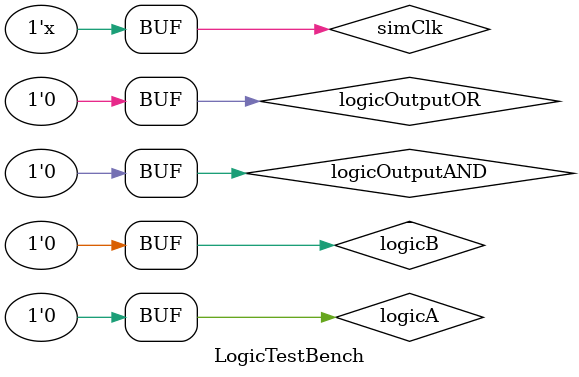
<source format=sv>
module LogicTestBench();
    //| local objects for DUT and input generator
    //| ===========================================================
    reg            simClk = 0;
    reg            logicA = 0;
    reg            logicB = 0;
    wire           logicOutputAND = 0;
    wire           logicOutputOR  = 0;

    //| We create the module instances that we want to test
    //| The wires allow the gates to be manipulated by the test module
    //| ===========================================================
    andGate Inverter(
        .clk(simClk),       //System clock used to
        .a(logicA),         //Logic input 1
        .b(logicB),         //Logic input 2
        .q(logicOutputAND)  //Output
    );

    andGate AND(
        .clk(simClk),       //System clock used to
        .a(logicA),         //Logic input 1
        .b(logicB),         //Logic input 2
        .q(logicOutputAND)  //Output
    );

    orGate OR(
        .clk(simClk),       //System clock used to
        .a(logicA),         //Logic input 1
        .b(logicB),         //Logic input 2
        .q(logicOutputOR)   //Output
    );

    andGate Nand(
        .clk(simClk),       //System clock used to
        .a(logicA),         //Logic input 1
        .b(logicB),         //Logic input 2
        .q(logicOutputAND)  //Output
    );

    //| Generate "virtual" clock for synchronus logic modules
    //| ===========================================================
    always #1 simClk = !simClk;

    //| Generate input table for logic modules
    //| ===========================================================
    initial
        begin
        #4  {logicA, logicB} = 2'b00;
        #4  {logicA, logicB} = 2'b01;
        #4  {logicA, logicB} = 2'b10;
        #4  {logicA, logicB} = 2'b11;
        #4  {logicA, logicB} = 2'b00;
        end
endmodule
</source>
